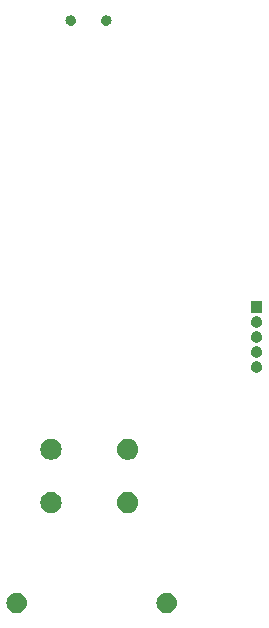
<source format=gbs>
G04 #@! TF.GenerationSoftware,KiCad,Pcbnew,8.0.2*
G04 #@! TF.CreationDate,2024-10-23T21:54:29-05:00*
G04 #@! TF.ProjectId,SAMC21_breakout,53414d43-3231-45f6-9272-65616b6f7574,rev?*
G04 #@! TF.SameCoordinates,Original*
G04 #@! TF.FileFunction,Soldermask,Bot*
G04 #@! TF.FilePolarity,Negative*
%FSLAX46Y46*%
G04 Gerber Fmt 4.6, Leading zero omitted, Abs format (unit mm)*
G04 Created by KiCad (PCBNEW 8.0.2) date 2024-10-23 21:54:29*
%MOMM*%
%LPD*%
G01*
G04 APERTURE LIST*
G04 APERTURE END LIST*
G36*
X93265918Y-124303434D02*
G01*
X93431500Y-124377156D01*
X93578136Y-124483693D01*
X93699418Y-124618390D01*
X93790044Y-124775359D01*
X93846054Y-124947741D01*
X93865000Y-125128000D01*
X93846054Y-125308259D01*
X93790044Y-125480641D01*
X93699418Y-125637610D01*
X93578136Y-125772307D01*
X93431500Y-125878844D01*
X93265918Y-125952566D01*
X93088626Y-125990250D01*
X92907374Y-125990250D01*
X92730082Y-125952566D01*
X92564500Y-125878844D01*
X92417864Y-125772307D01*
X92296582Y-125637610D01*
X92205956Y-125480641D01*
X92149946Y-125308259D01*
X92131000Y-125128000D01*
X92149946Y-124947741D01*
X92205956Y-124775359D01*
X92296582Y-124618390D01*
X92417864Y-124483693D01*
X92564500Y-124377156D01*
X92730082Y-124303434D01*
X92907374Y-124265750D01*
X93088626Y-124265750D01*
X93265918Y-124303434D01*
G37*
G36*
X105965918Y-124303434D02*
G01*
X106131500Y-124377156D01*
X106278136Y-124483693D01*
X106399418Y-124618390D01*
X106490044Y-124775359D01*
X106546054Y-124947741D01*
X106565000Y-125128000D01*
X106546054Y-125308259D01*
X106490044Y-125480641D01*
X106399418Y-125637610D01*
X106278136Y-125772307D01*
X106131500Y-125878844D01*
X105965918Y-125952566D01*
X105788626Y-125990250D01*
X105607374Y-125990250D01*
X105430082Y-125952566D01*
X105264500Y-125878844D01*
X105117864Y-125772307D01*
X104996582Y-125637610D01*
X104905956Y-125480641D01*
X104849946Y-125308259D01*
X104831000Y-125128000D01*
X104849946Y-124947741D01*
X104905956Y-124775359D01*
X104996582Y-124618390D01*
X105117864Y-124483693D01*
X105264500Y-124377156D01*
X105430082Y-124303434D01*
X105607374Y-124265750D01*
X105788626Y-124265750D01*
X105965918Y-124303434D01*
G37*
G36*
X96184115Y-115778049D02*
G01*
X96356000Y-115854577D01*
X96508218Y-115965170D01*
X96634115Y-116104993D01*
X96728191Y-116267937D01*
X96786333Y-116446879D01*
X96806000Y-116634000D01*
X96786333Y-116821121D01*
X96728191Y-117000063D01*
X96634115Y-117163007D01*
X96508218Y-117302830D01*
X96356000Y-117413423D01*
X96184115Y-117489951D01*
X96000076Y-117529070D01*
X95811924Y-117529070D01*
X95627885Y-117489951D01*
X95456000Y-117413423D01*
X95303782Y-117302830D01*
X95177885Y-117163007D01*
X95083809Y-117000063D01*
X95025667Y-116821121D01*
X95006000Y-116634000D01*
X95025667Y-116446879D01*
X95083809Y-116267937D01*
X95177885Y-116104993D01*
X95303782Y-115965170D01*
X95456000Y-115854577D01*
X95627885Y-115778049D01*
X95811924Y-115738930D01*
X96000076Y-115738930D01*
X96184115Y-115778049D01*
G37*
G36*
X102684115Y-115778049D02*
G01*
X102856000Y-115854577D01*
X103008218Y-115965170D01*
X103134115Y-116104993D01*
X103228191Y-116267937D01*
X103286333Y-116446879D01*
X103306000Y-116634000D01*
X103286333Y-116821121D01*
X103228191Y-117000063D01*
X103134115Y-117163007D01*
X103008218Y-117302830D01*
X102856000Y-117413423D01*
X102684115Y-117489951D01*
X102500076Y-117529070D01*
X102311924Y-117529070D01*
X102127885Y-117489951D01*
X101956000Y-117413423D01*
X101803782Y-117302830D01*
X101677885Y-117163007D01*
X101583809Y-117000063D01*
X101525667Y-116821121D01*
X101506000Y-116634000D01*
X101525667Y-116446879D01*
X101583809Y-116267937D01*
X101677885Y-116104993D01*
X101803782Y-115965170D01*
X101956000Y-115854577D01*
X102127885Y-115778049D01*
X102311924Y-115738930D01*
X102500076Y-115738930D01*
X102684115Y-115778049D01*
G37*
G36*
X96184115Y-111278049D02*
G01*
X96356000Y-111354577D01*
X96508218Y-111465170D01*
X96634115Y-111604993D01*
X96728191Y-111767937D01*
X96786333Y-111946879D01*
X96806000Y-112134000D01*
X96786333Y-112321121D01*
X96728191Y-112500063D01*
X96634115Y-112663007D01*
X96508218Y-112802830D01*
X96356000Y-112913423D01*
X96184115Y-112989951D01*
X96000076Y-113029070D01*
X95811924Y-113029070D01*
X95627885Y-112989951D01*
X95456000Y-112913423D01*
X95303782Y-112802830D01*
X95177885Y-112663007D01*
X95083809Y-112500063D01*
X95025667Y-112321121D01*
X95006000Y-112134000D01*
X95025667Y-111946879D01*
X95083809Y-111767937D01*
X95177885Y-111604993D01*
X95303782Y-111465170D01*
X95456000Y-111354577D01*
X95627885Y-111278049D01*
X95811924Y-111238930D01*
X96000076Y-111238930D01*
X96184115Y-111278049D01*
G37*
G36*
X102684115Y-111278049D02*
G01*
X102856000Y-111354577D01*
X103008218Y-111465170D01*
X103134115Y-111604993D01*
X103228191Y-111767937D01*
X103286333Y-111946879D01*
X103306000Y-112134000D01*
X103286333Y-112321121D01*
X103228191Y-112500063D01*
X103134115Y-112663007D01*
X103008218Y-112802830D01*
X102856000Y-112913423D01*
X102684115Y-112989951D01*
X102500076Y-113029070D01*
X102311924Y-113029070D01*
X102127885Y-112989951D01*
X101956000Y-112913423D01*
X101803782Y-112802830D01*
X101677885Y-112663007D01*
X101583809Y-112500063D01*
X101525667Y-112321121D01*
X101506000Y-112134000D01*
X101525667Y-111946879D01*
X101583809Y-111767937D01*
X101677885Y-111604993D01*
X101803782Y-111465170D01*
X101956000Y-111354577D01*
X102127885Y-111278049D01*
X102311924Y-111238930D01*
X102500076Y-111238930D01*
X102684115Y-111278049D01*
G37*
G36*
X113512708Y-104694184D02*
G01*
X113632430Y-104771125D01*
X113725627Y-104878680D01*
X113784746Y-105008134D01*
X113805000Y-105149000D01*
X113784746Y-105289866D01*
X113725627Y-105419320D01*
X113632430Y-105526875D01*
X113512708Y-105603816D01*
X113376157Y-105643911D01*
X113233843Y-105643911D01*
X113097292Y-105603816D01*
X112977570Y-105526875D01*
X112884373Y-105419320D01*
X112825254Y-105289866D01*
X112805000Y-105149000D01*
X112825254Y-105008134D01*
X112884373Y-104878680D01*
X112977570Y-104771125D01*
X113097292Y-104694184D01*
X113233843Y-104654089D01*
X113376157Y-104654089D01*
X113512708Y-104694184D01*
G37*
G36*
X113512708Y-103424184D02*
G01*
X113632430Y-103501125D01*
X113725627Y-103608680D01*
X113784746Y-103738134D01*
X113805000Y-103879000D01*
X113784746Y-104019866D01*
X113725627Y-104149320D01*
X113632430Y-104256875D01*
X113512708Y-104333816D01*
X113376157Y-104373911D01*
X113233843Y-104373911D01*
X113097292Y-104333816D01*
X112977570Y-104256875D01*
X112884373Y-104149320D01*
X112825254Y-104019866D01*
X112805000Y-103879000D01*
X112825254Y-103738134D01*
X112884373Y-103608680D01*
X112977570Y-103501125D01*
X113097292Y-103424184D01*
X113233843Y-103384089D01*
X113376157Y-103384089D01*
X113512708Y-103424184D01*
G37*
G36*
X113512708Y-102154184D02*
G01*
X113632430Y-102231125D01*
X113725627Y-102338680D01*
X113784746Y-102468134D01*
X113805000Y-102609000D01*
X113784746Y-102749866D01*
X113725627Y-102879320D01*
X113632430Y-102986875D01*
X113512708Y-103063816D01*
X113376157Y-103103911D01*
X113233843Y-103103911D01*
X113097292Y-103063816D01*
X112977570Y-102986875D01*
X112884373Y-102879320D01*
X112825254Y-102749866D01*
X112805000Y-102609000D01*
X112825254Y-102468134D01*
X112884373Y-102338680D01*
X112977570Y-102231125D01*
X113097292Y-102154184D01*
X113233843Y-102114089D01*
X113376157Y-102114089D01*
X113512708Y-102154184D01*
G37*
G36*
X113512708Y-100884184D02*
G01*
X113632430Y-100961125D01*
X113725627Y-101068680D01*
X113784746Y-101198134D01*
X113805000Y-101339000D01*
X113784746Y-101479866D01*
X113725627Y-101609320D01*
X113632430Y-101716875D01*
X113512708Y-101793816D01*
X113376157Y-101833911D01*
X113233843Y-101833911D01*
X113097292Y-101793816D01*
X112977570Y-101716875D01*
X112884373Y-101609320D01*
X112825254Y-101479866D01*
X112805000Y-101339000D01*
X112825254Y-101198134D01*
X112884373Y-101068680D01*
X112977570Y-100961125D01*
X113097292Y-100884184D01*
X113233843Y-100844089D01*
X113376157Y-100844089D01*
X113512708Y-100884184D01*
G37*
G36*
X113805000Y-100569000D02*
G01*
X112805000Y-100569000D01*
X112805000Y-99569000D01*
X113805000Y-99569000D01*
X113805000Y-100569000D01*
G37*
G36*
X97767937Y-75402666D02*
G01*
X97875687Y-75471913D01*
X97959564Y-75568712D01*
X98012772Y-75685220D01*
X98031000Y-75812000D01*
X98012772Y-75938780D01*
X97959564Y-76055288D01*
X97875687Y-76152087D01*
X97767937Y-76221334D01*
X97645042Y-76257420D01*
X97516958Y-76257420D01*
X97394063Y-76221334D01*
X97286313Y-76152087D01*
X97202436Y-76055288D01*
X97149228Y-75938780D01*
X97131000Y-75812000D01*
X97149228Y-75685220D01*
X97202436Y-75568712D01*
X97286313Y-75471913D01*
X97394063Y-75402666D01*
X97516958Y-75366580D01*
X97645042Y-75366580D01*
X97767937Y-75402666D01*
G37*
G36*
X100767937Y-75402666D02*
G01*
X100875687Y-75471913D01*
X100959564Y-75568712D01*
X101012772Y-75685220D01*
X101031000Y-75812000D01*
X101012772Y-75938780D01*
X100959564Y-76055288D01*
X100875687Y-76152087D01*
X100767937Y-76221334D01*
X100645042Y-76257420D01*
X100516958Y-76257420D01*
X100394063Y-76221334D01*
X100286313Y-76152087D01*
X100202436Y-76055288D01*
X100149228Y-75938780D01*
X100131000Y-75812000D01*
X100149228Y-75685220D01*
X100202436Y-75568712D01*
X100286313Y-75471913D01*
X100394063Y-75402666D01*
X100516958Y-75366580D01*
X100645042Y-75366580D01*
X100767937Y-75402666D01*
G37*
M02*

</source>
